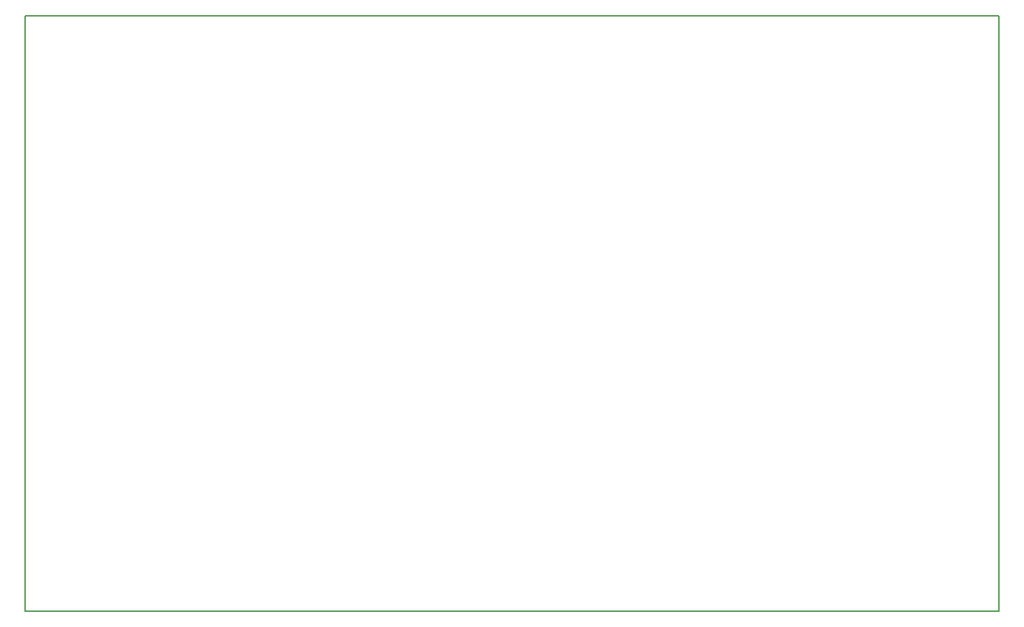
<source format=gm1>
G04 MADE WITH FRITZING*
G04 WWW.FRITZING.ORG*
G04 DOUBLE SIDED*
G04 HOLES PLATED*
G04 CONTOUR ON CENTER OF CONTOUR VECTOR*
%ASAXBY*%
%FSLAX23Y23*%
%MOIN*%
%OFA0B0*%
%SFA1.0B1.0*%
%ADD10R,4.924020X3.015220*%
%ADD11C,0.008000*%
%ADD10C,0.008*%
%LNCONTOUR*%
G90*
G70*
G54D10*
G54D11*
X4Y3011D02*
X4920Y3011D01*
X4920Y4D01*
X4Y4D01*
X4Y3011D01*
D02*
G04 End of contour*
M02*
</source>
